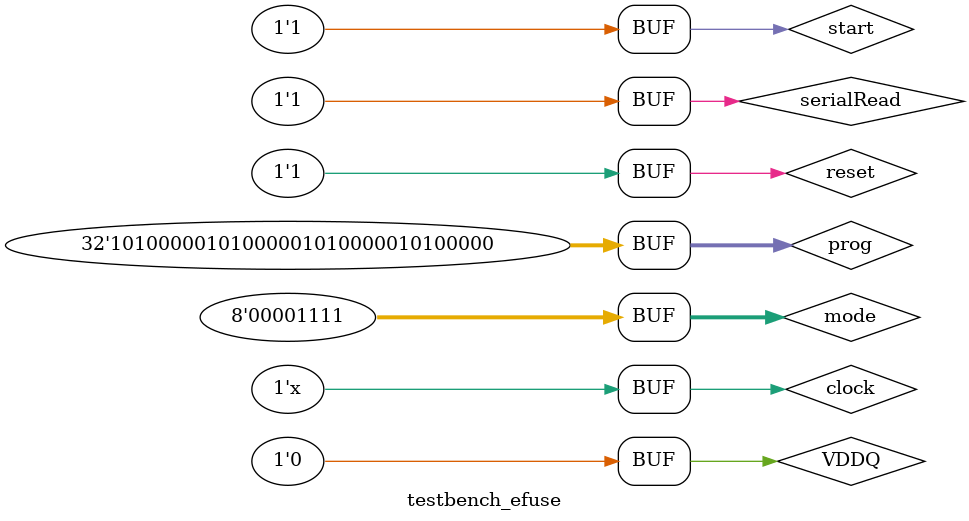
<source format=sv>
`include "PACKAGE.types.colData.sv"
`include "PACKAGE.constants.colData.sv"

module testbench_efuse;

logic clock;
logic reset;
logic start;
logic VDDQ;
logic [7:0] mode;
logic [31:0] prog;
logic [31:0] out;
logic serialRead;
logic dout_serial;

SSA_efuse U0(.clk(clock), .rst(reset), .start(start), .VDDQ(VDDQ), .mode(mode), .prog(prog), .out(out), .serialRead(serialRead), .dout_serial(dout_serial));

always
begin
	#12.5 clock = ~clock;
end

initial 
begin
	clock = 1'b0;
	reset = 1'b0;
	serialRead = 1'b0;
	prog = 32'hA0A0A0A0;
	start = 1'b0;
	VDDQ = 1'b1;
	#15 reset = 1'b1;
	#100 mode = 8'b11110000;
	start = 1'b1;
	
	#190000 reset = 1'b0;
	#12 reset = 1'b1;
	mode = 8'b00001111;
	VDDQ = 1'b0;
	#500 serialRead = 1'b1;
end

endmodule

</source>
